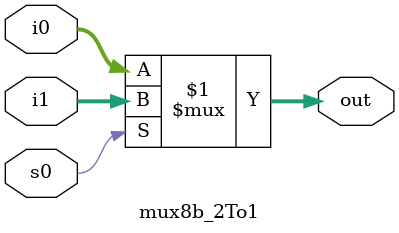
<source format=v>
`timescale 1ns / 1ps


module mux8b_2To1(
    input [7:0] i0, 
    input [7:0] i1, 
    input s0,
    output [7:0] out); 

 assign out = s0 ? i1 : i0; 

endmodule

</source>
